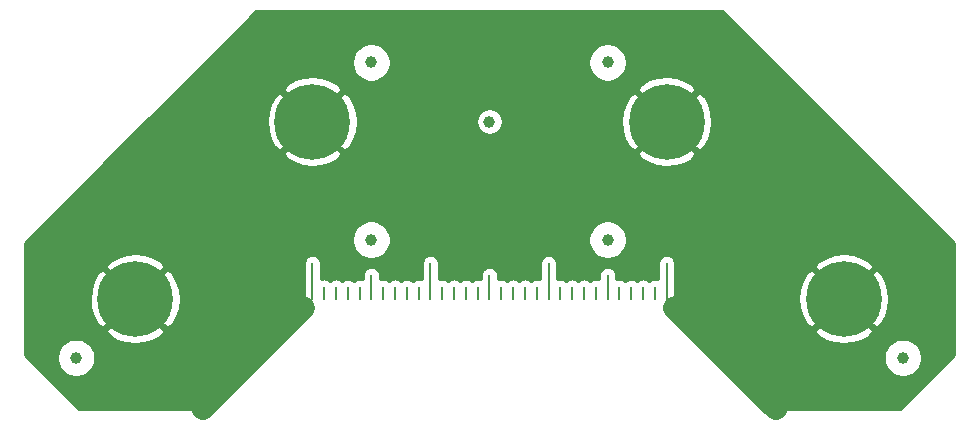
<source format=gtl>
G04 #@! TF.GenerationSoftware,KiCad,Pcbnew,(5.1.12-1-10_14)*
G04 #@! TF.CreationDate,2022-01-17T12:40:02-05:00*
G04 #@! TF.ProjectId,datum,64617475-6d2e-46b6-9963-61645f706362,rev?*
G04 #@! TF.SameCoordinates,Original*
G04 #@! TF.FileFunction,Copper,L1,Top*
G04 #@! TF.FilePolarity,Positive*
%FSLAX46Y46*%
G04 Gerber Fmt 4.6, Leading zero omitted, Abs format (unit mm)*
G04 Created by KiCad (PCBNEW (5.1.12-1-10_14)) date 2022-01-17 12:40:02*
%MOMM*%
%LPD*%
G01*
G04 APERTURE LIST*
G04 #@! TA.AperFunction,EtchedComponent*
%ADD10C,0.150000*%
G04 #@! TD*
G04 #@! TA.AperFunction,SMDPad,CuDef*
%ADD11C,1.000000*%
G04 #@! TD*
G04 #@! TA.AperFunction,ComponentPad*
%ADD12C,6.400000*%
G04 #@! TD*
G04 #@! TA.AperFunction,ComponentPad*
%ADD13C,0.800000*%
G04 #@! TD*
G04 #@! TA.AperFunction,Conductor*
%ADD14C,2.000000*%
G04 #@! TD*
G04 #@! TA.AperFunction,Conductor*
%ADD15C,0.254000*%
G04 #@! TD*
G04 #@! TA.AperFunction,Conductor*
%ADD16C,0.100000*%
G04 #@! TD*
G04 APERTURE END LIST*
D10*
X52000240Y10000500D02*
X52000240Y11000500D01*
X54000240Y10000500D02*
X54000240Y11000500D01*
X53000240Y10000500D02*
X53000240Y11000500D01*
X51000240Y10000500D02*
X51000240Y11000500D01*
X55000240Y10000500D02*
X55000240Y13000500D01*
X50000240Y10000500D02*
X50000240Y12000500D01*
X46000240Y10000500D02*
X46000240Y11000500D01*
X47000240Y10000500D02*
X47000240Y11000500D01*
X49000240Y10000500D02*
X49000240Y11000500D01*
X48000240Y10000500D02*
X48000240Y11000500D01*
X43000240Y10000500D02*
X43000240Y11000500D01*
X42000240Y10000500D02*
X42000240Y11000500D01*
X45000240Y10000500D02*
X45000240Y13000500D01*
X44000240Y10000500D02*
X44000240Y11000500D01*
X41000240Y10000500D02*
X41000240Y11000500D01*
X37000240Y10000500D02*
X37000240Y11000500D01*
X40000240Y10000500D02*
X40000240Y12000500D01*
X39000240Y10000500D02*
X39000240Y11000500D01*
X36000240Y10000500D02*
X36000240Y11000500D01*
X38000240Y10000500D02*
X38000240Y11000500D01*
X31000240Y10000500D02*
X31000240Y11000500D01*
X32000240Y10000500D02*
X32000240Y11000500D01*
X35000240Y10000500D02*
X35000240Y13000500D01*
X33000240Y10000500D02*
X33000240Y11000500D01*
X34000240Y10000500D02*
X34000240Y11000500D01*
X30000240Y10000500D02*
X30000240Y12000500D01*
X29000240Y10000500D02*
X29000240Y11000500D01*
X28000240Y10000500D02*
X28000240Y11000500D01*
X27000240Y10000500D02*
X27000240Y11000500D01*
X26000240Y10000500D02*
X26000240Y11000500D01*
X25000240Y10000500D02*
X25000240Y13000500D01*
D11*
X75000000Y5000000D03*
X5000000Y5000000D03*
X40000000Y25000000D03*
X30000000Y30000000D03*
X50000000Y30000000D03*
X50000000Y15000000D03*
X30000000Y15000000D03*
D12*
X25000000Y25000000D03*
D13*
X27400000Y25000000D03*
X26697056Y23302944D03*
X25000000Y22600000D03*
X23302944Y23302944D03*
X22600000Y25000000D03*
X23302944Y26697056D03*
X25000000Y27400000D03*
X26697056Y26697056D03*
X11697056Y11697056D03*
X10000000Y12400000D03*
X8302944Y11697056D03*
X7600000Y10000000D03*
X8302944Y8302944D03*
X10000000Y7600000D03*
X11697056Y8302944D03*
X12400000Y10000000D03*
D12*
X10000000Y10000000D03*
X70000000Y10000000D03*
D13*
X72400000Y10000000D03*
X71697056Y8302944D03*
X70000000Y7600000D03*
X68302944Y8302944D03*
X67600000Y10000000D03*
X68302944Y11697056D03*
X70000000Y12400000D03*
X71697056Y11697056D03*
X56697056Y26697056D03*
X55000000Y27400000D03*
X53302944Y26697056D03*
X52600000Y25000000D03*
X53302944Y23302944D03*
X55000000Y22600000D03*
X56697056Y23302944D03*
X57400000Y25000000D03*
D12*
X55000000Y25000000D03*
D14*
X15750000Y750000D02*
X24250000Y9250000D01*
X64250000Y750000D02*
X55750000Y9250000D01*
D15*
X79340001Y14726619D02*
X79340000Y5273381D01*
X74726620Y660000D01*
X65273381Y660000D01*
X60773136Y5160245D01*
X73373000Y5160245D01*
X73373000Y4839755D01*
X73435525Y4525422D01*
X73558172Y4229327D01*
X73736227Y3962848D01*
X73962848Y3736227D01*
X74229327Y3558172D01*
X74525422Y3435525D01*
X74839755Y3373000D01*
X75160245Y3373000D01*
X75474578Y3435525D01*
X75770673Y3558172D01*
X76037152Y3736227D01*
X76263773Y3962848D01*
X76441828Y4229327D01*
X76564475Y4525422D01*
X76627000Y4839755D01*
X76627000Y5160245D01*
X76564475Y5474578D01*
X76441828Y5770673D01*
X76263773Y6037152D01*
X76037152Y6263773D01*
X75770673Y6441828D01*
X75474578Y6564475D01*
X75160245Y6627000D01*
X74839755Y6627000D01*
X74525422Y6564475D01*
X74229327Y6441828D01*
X73962848Y6263773D01*
X73736227Y6037152D01*
X73558172Y5770673D01*
X73435525Y5474578D01*
X73373000Y5160245D01*
X60773136Y5160245D01*
X58634262Y7299119D01*
X67478724Y7299119D01*
X67838912Y6809452D01*
X68502882Y6449151D01*
X69224385Y6225306D01*
X69975695Y6146520D01*
X70727938Y6215822D01*
X71452208Y6430548D01*
X72120670Y6782445D01*
X72161088Y6809452D01*
X72521276Y7299119D01*
X70000000Y9820395D01*
X67478724Y7299119D01*
X58634262Y7299119D01*
X55909076Y10024305D01*
X66146520Y10024305D01*
X66215822Y9272062D01*
X66430548Y8547792D01*
X66782445Y7879330D01*
X66809452Y7838912D01*
X67299119Y7478724D01*
X69820395Y10000000D01*
X70179605Y10000000D01*
X72700881Y7478724D01*
X73190548Y7838912D01*
X73550849Y8502882D01*
X73774694Y9224385D01*
X73853480Y9975695D01*
X73784178Y10727938D01*
X73569452Y11452208D01*
X73217555Y12120670D01*
X73190548Y12161088D01*
X72700881Y12521276D01*
X70179605Y10000000D01*
X69820395Y10000000D01*
X67299119Y12521276D01*
X66809452Y12161088D01*
X66449151Y11497118D01*
X66225306Y10775615D01*
X66146520Y10024305D01*
X55909076Y10024305D01*
X55710240Y10223140D01*
X55710240Y12700881D01*
X67478724Y12700881D01*
X70000000Y10179605D01*
X72521276Y12700881D01*
X72161088Y13190548D01*
X71497118Y13550849D01*
X70775615Y13774694D01*
X70024305Y13853480D01*
X69272062Y13784178D01*
X68547792Y13569452D01*
X67879330Y13217555D01*
X67838912Y13190548D01*
X67478724Y12700881D01*
X55710240Y12700881D01*
X55710240Y13035377D01*
X55699967Y13139684D01*
X55659368Y13273520D01*
X55593440Y13396863D01*
X55504715Y13504975D01*
X55396603Y13593700D01*
X55273260Y13659628D01*
X55139424Y13700227D01*
X55000240Y13713935D01*
X54861057Y13700227D01*
X54727221Y13659628D01*
X54603878Y13593700D01*
X54495766Y13504975D01*
X54407041Y13396863D01*
X54341113Y13273520D01*
X54300514Y13139684D01*
X54290241Y13035377D01*
X54290241Y11650552D01*
X54273260Y11659628D01*
X54139424Y11700227D01*
X54000240Y11713935D01*
X53861057Y11700227D01*
X53727221Y11659628D01*
X53603878Y11593700D01*
X53500241Y11508647D01*
X53396603Y11593700D01*
X53273260Y11659628D01*
X53139424Y11700227D01*
X53000240Y11713935D01*
X52861057Y11700227D01*
X52727221Y11659628D01*
X52603878Y11593700D01*
X52500241Y11508647D01*
X52396603Y11593700D01*
X52273260Y11659628D01*
X52139424Y11700227D01*
X52000240Y11713935D01*
X51861057Y11700227D01*
X51727221Y11659628D01*
X51603878Y11593700D01*
X51500241Y11508647D01*
X51396603Y11593700D01*
X51273260Y11659628D01*
X51139424Y11700227D01*
X51000240Y11713935D01*
X50861057Y11700227D01*
X50727221Y11659628D01*
X50710240Y11650551D01*
X50710240Y12035377D01*
X50699967Y12139684D01*
X50659368Y12273520D01*
X50593440Y12396863D01*
X50504715Y12504975D01*
X50396603Y12593700D01*
X50273260Y12659628D01*
X50139424Y12700227D01*
X50000240Y12713935D01*
X49861057Y12700227D01*
X49727221Y12659628D01*
X49603878Y12593700D01*
X49495766Y12504975D01*
X49407041Y12396863D01*
X49341113Y12273520D01*
X49300514Y12139684D01*
X49290241Y12035377D01*
X49290241Y11650552D01*
X49273260Y11659628D01*
X49139424Y11700227D01*
X49000240Y11713935D01*
X48861057Y11700227D01*
X48727221Y11659628D01*
X48603878Y11593700D01*
X48500241Y11508647D01*
X48396603Y11593700D01*
X48273260Y11659628D01*
X48139424Y11700227D01*
X48000240Y11713935D01*
X47861057Y11700227D01*
X47727221Y11659628D01*
X47603878Y11593700D01*
X47500241Y11508647D01*
X47396603Y11593700D01*
X47273260Y11659628D01*
X47139424Y11700227D01*
X47000240Y11713935D01*
X46861057Y11700227D01*
X46727221Y11659628D01*
X46603878Y11593700D01*
X46500241Y11508647D01*
X46396603Y11593700D01*
X46273260Y11659628D01*
X46139424Y11700227D01*
X46000240Y11713935D01*
X45861057Y11700227D01*
X45727221Y11659628D01*
X45710240Y11650551D01*
X45710240Y13035377D01*
X45699967Y13139684D01*
X45659368Y13273520D01*
X45593440Y13396863D01*
X45504715Y13504975D01*
X45396603Y13593700D01*
X45273260Y13659628D01*
X45139424Y13700227D01*
X45000240Y13713935D01*
X44861057Y13700227D01*
X44727221Y13659628D01*
X44603878Y13593700D01*
X44495766Y13504975D01*
X44407041Y13396863D01*
X44341113Y13273520D01*
X44300514Y13139684D01*
X44290241Y13035377D01*
X44290241Y11650552D01*
X44273260Y11659628D01*
X44139424Y11700227D01*
X44000240Y11713935D01*
X43861057Y11700227D01*
X43727221Y11659628D01*
X43603878Y11593700D01*
X43500241Y11508647D01*
X43396603Y11593700D01*
X43273260Y11659628D01*
X43139424Y11700227D01*
X43000240Y11713935D01*
X42861057Y11700227D01*
X42727221Y11659628D01*
X42603878Y11593700D01*
X42500241Y11508647D01*
X42396603Y11593700D01*
X42273260Y11659628D01*
X42139424Y11700227D01*
X42000240Y11713935D01*
X41861057Y11700227D01*
X41727221Y11659628D01*
X41603878Y11593700D01*
X41500241Y11508647D01*
X41396603Y11593700D01*
X41273260Y11659628D01*
X41139424Y11700227D01*
X41000240Y11713935D01*
X40861057Y11700227D01*
X40727221Y11659628D01*
X40710240Y11650551D01*
X40710240Y12035377D01*
X40699967Y12139684D01*
X40659368Y12273520D01*
X40593440Y12396863D01*
X40504715Y12504975D01*
X40396603Y12593700D01*
X40273260Y12659628D01*
X40139424Y12700227D01*
X40000240Y12713935D01*
X39861057Y12700227D01*
X39727221Y12659628D01*
X39603878Y12593700D01*
X39495766Y12504975D01*
X39407041Y12396863D01*
X39341113Y12273520D01*
X39300514Y12139684D01*
X39290241Y12035377D01*
X39290241Y11650552D01*
X39273260Y11659628D01*
X39139424Y11700227D01*
X39000240Y11713935D01*
X38861057Y11700227D01*
X38727221Y11659628D01*
X38603878Y11593700D01*
X38500241Y11508647D01*
X38396603Y11593700D01*
X38273260Y11659628D01*
X38139424Y11700227D01*
X38000240Y11713935D01*
X37861057Y11700227D01*
X37727221Y11659628D01*
X37603878Y11593700D01*
X37500241Y11508647D01*
X37396603Y11593700D01*
X37273260Y11659628D01*
X37139424Y11700227D01*
X37000240Y11713935D01*
X36861057Y11700227D01*
X36727221Y11659628D01*
X36603878Y11593700D01*
X36500241Y11508647D01*
X36396603Y11593700D01*
X36273260Y11659628D01*
X36139424Y11700227D01*
X36000240Y11713935D01*
X35861057Y11700227D01*
X35727221Y11659628D01*
X35710240Y11650551D01*
X35710240Y13035377D01*
X35699967Y13139684D01*
X35659368Y13273520D01*
X35593440Y13396863D01*
X35504715Y13504975D01*
X35396603Y13593700D01*
X35273260Y13659628D01*
X35139424Y13700227D01*
X35000240Y13713935D01*
X34861057Y13700227D01*
X34727221Y13659628D01*
X34603878Y13593700D01*
X34495766Y13504975D01*
X34407041Y13396863D01*
X34341113Y13273520D01*
X34300514Y13139684D01*
X34290241Y13035377D01*
X34290241Y11650552D01*
X34273260Y11659628D01*
X34139424Y11700227D01*
X34000240Y11713935D01*
X33861057Y11700227D01*
X33727221Y11659628D01*
X33603878Y11593700D01*
X33500241Y11508647D01*
X33396603Y11593700D01*
X33273260Y11659628D01*
X33139424Y11700227D01*
X33000240Y11713935D01*
X32861057Y11700227D01*
X32727221Y11659628D01*
X32603878Y11593700D01*
X32500241Y11508647D01*
X32396603Y11593700D01*
X32273260Y11659628D01*
X32139424Y11700227D01*
X32000240Y11713935D01*
X31861057Y11700227D01*
X31727221Y11659628D01*
X31603878Y11593700D01*
X31500241Y11508647D01*
X31396603Y11593700D01*
X31273260Y11659628D01*
X31139424Y11700227D01*
X31000240Y11713935D01*
X30861057Y11700227D01*
X30727221Y11659628D01*
X30710240Y11650551D01*
X30710240Y12035377D01*
X30699967Y12139684D01*
X30659368Y12273520D01*
X30593440Y12396863D01*
X30504715Y12504975D01*
X30396603Y12593700D01*
X30273260Y12659628D01*
X30139424Y12700227D01*
X30000240Y12713935D01*
X29861057Y12700227D01*
X29727221Y12659628D01*
X29603878Y12593700D01*
X29495766Y12504975D01*
X29407041Y12396863D01*
X29341113Y12273520D01*
X29300514Y12139684D01*
X29290241Y12035377D01*
X29290241Y11650552D01*
X29273260Y11659628D01*
X29139424Y11700227D01*
X29000240Y11713935D01*
X28861057Y11700227D01*
X28727221Y11659628D01*
X28603878Y11593700D01*
X28500241Y11508647D01*
X28396603Y11593700D01*
X28273260Y11659628D01*
X28139424Y11700227D01*
X28000240Y11713935D01*
X27861057Y11700227D01*
X27727221Y11659628D01*
X27603878Y11593700D01*
X27500241Y11508647D01*
X27396603Y11593700D01*
X27273260Y11659628D01*
X27139424Y11700227D01*
X27000240Y11713935D01*
X26861057Y11700227D01*
X26727221Y11659628D01*
X26603878Y11593700D01*
X26500241Y11508647D01*
X26396603Y11593700D01*
X26273260Y11659628D01*
X26139424Y11700227D01*
X26000240Y11713935D01*
X25861057Y11700227D01*
X25727221Y11659628D01*
X25710240Y11650551D01*
X25710240Y13035377D01*
X25699967Y13139684D01*
X25659368Y13273520D01*
X25593440Y13396863D01*
X25504715Y13504975D01*
X25396603Y13593700D01*
X25273260Y13659628D01*
X25139424Y13700227D01*
X25000240Y13713935D01*
X24861057Y13700227D01*
X24727221Y13659628D01*
X24603878Y13593700D01*
X24495766Y13504975D01*
X24407041Y13396863D01*
X24341113Y13273520D01*
X24300514Y13139684D01*
X24290241Y13035377D01*
X24290240Y10223621D01*
X14726620Y660000D01*
X5273381Y660000D01*
X773136Y5160245D01*
X3373000Y5160245D01*
X3373000Y4839755D01*
X3435525Y4525422D01*
X3558172Y4229327D01*
X3736227Y3962848D01*
X3962848Y3736227D01*
X4229327Y3558172D01*
X4525422Y3435525D01*
X4839755Y3373000D01*
X5160245Y3373000D01*
X5474578Y3435525D01*
X5770673Y3558172D01*
X6037152Y3736227D01*
X6263773Y3962848D01*
X6441828Y4229327D01*
X6564475Y4525422D01*
X6627000Y4839755D01*
X6627000Y5160245D01*
X6564475Y5474578D01*
X6441828Y5770673D01*
X6263773Y6037152D01*
X6037152Y6263773D01*
X5770673Y6441828D01*
X5474578Y6564475D01*
X5160245Y6627000D01*
X4839755Y6627000D01*
X4525422Y6564475D01*
X4229327Y6441828D01*
X3962848Y6263773D01*
X3736227Y6037152D01*
X3558172Y5770673D01*
X3435525Y5474578D01*
X3373000Y5160245D01*
X773136Y5160245D01*
X660000Y5273380D01*
X660000Y7299119D01*
X7478724Y7299119D01*
X7838912Y6809452D01*
X8502882Y6449151D01*
X9224385Y6225306D01*
X9975695Y6146520D01*
X10727938Y6215822D01*
X11452208Y6430548D01*
X12120670Y6782445D01*
X12161088Y6809452D01*
X12521276Y7299119D01*
X10000000Y9820395D01*
X7478724Y7299119D01*
X660000Y7299119D01*
X660000Y10024305D01*
X6146520Y10024305D01*
X6215822Y9272062D01*
X6430548Y8547792D01*
X6782445Y7879330D01*
X6809452Y7838912D01*
X7299119Y7478724D01*
X9820395Y10000000D01*
X10179605Y10000000D01*
X12700881Y7478724D01*
X13190548Y7838912D01*
X13550849Y8502882D01*
X13774694Y9224385D01*
X13853480Y9975695D01*
X13784178Y10727938D01*
X13569452Y11452208D01*
X13217555Y12120670D01*
X13190548Y12161088D01*
X12700881Y12521276D01*
X10179605Y10000000D01*
X9820395Y10000000D01*
X7299119Y12521276D01*
X6809452Y12161088D01*
X6449151Y11497118D01*
X6225306Y10775615D01*
X6146520Y10024305D01*
X660000Y10024305D01*
X660000Y12700881D01*
X7478724Y12700881D01*
X10000000Y10179605D01*
X12521276Y12700881D01*
X12161088Y13190548D01*
X11497118Y13550849D01*
X10775615Y13774694D01*
X10024305Y13853480D01*
X9272062Y13784178D01*
X8547792Y13569452D01*
X7879330Y13217555D01*
X7838912Y13190548D01*
X7478724Y12700881D01*
X660000Y12700881D01*
X660000Y14726620D01*
X1093625Y15160245D01*
X28373000Y15160245D01*
X28373000Y14839755D01*
X28435525Y14525422D01*
X28558172Y14229327D01*
X28736227Y13962848D01*
X28962848Y13736227D01*
X29229327Y13558172D01*
X29525422Y13435525D01*
X29839755Y13373000D01*
X30160245Y13373000D01*
X30474578Y13435525D01*
X30770673Y13558172D01*
X31037152Y13736227D01*
X31263773Y13962848D01*
X31441828Y14229327D01*
X31564475Y14525422D01*
X31627000Y14839755D01*
X31627000Y15160245D01*
X48373000Y15160245D01*
X48373000Y14839755D01*
X48435525Y14525422D01*
X48558172Y14229327D01*
X48736227Y13962848D01*
X48962848Y13736227D01*
X49229327Y13558172D01*
X49525422Y13435525D01*
X49839755Y13373000D01*
X50160245Y13373000D01*
X50474578Y13435525D01*
X50770673Y13558172D01*
X51037152Y13736227D01*
X51263773Y13962848D01*
X51441828Y14229327D01*
X51564475Y14525422D01*
X51627000Y14839755D01*
X51627000Y15160245D01*
X51564475Y15474578D01*
X51441828Y15770673D01*
X51263773Y16037152D01*
X51037152Y16263773D01*
X50770673Y16441828D01*
X50474578Y16564475D01*
X50160245Y16627000D01*
X49839755Y16627000D01*
X49525422Y16564475D01*
X49229327Y16441828D01*
X48962848Y16263773D01*
X48736227Y16037152D01*
X48558172Y15770673D01*
X48435525Y15474578D01*
X48373000Y15160245D01*
X31627000Y15160245D01*
X31564475Y15474578D01*
X31441828Y15770673D01*
X31263773Y16037152D01*
X31037152Y16263773D01*
X30770673Y16441828D01*
X30474578Y16564475D01*
X30160245Y16627000D01*
X29839755Y16627000D01*
X29525422Y16564475D01*
X29229327Y16441828D01*
X28962848Y16263773D01*
X28736227Y16037152D01*
X28558172Y15770673D01*
X28435525Y15474578D01*
X28373000Y15160245D01*
X1093625Y15160245D01*
X8232499Y22299119D01*
X22478724Y22299119D01*
X22838912Y21809452D01*
X23502882Y21449151D01*
X24224385Y21225306D01*
X24975695Y21146520D01*
X25727938Y21215822D01*
X26452208Y21430548D01*
X27120670Y21782445D01*
X27161088Y21809452D01*
X27521276Y22299119D01*
X52478724Y22299119D01*
X52838912Y21809452D01*
X53502882Y21449151D01*
X54224385Y21225306D01*
X54975695Y21146520D01*
X55727938Y21215822D01*
X56452208Y21430548D01*
X57120670Y21782445D01*
X57161088Y21809452D01*
X57521276Y22299119D01*
X55000000Y24820395D01*
X52478724Y22299119D01*
X27521276Y22299119D01*
X25000000Y24820395D01*
X22478724Y22299119D01*
X8232499Y22299119D01*
X10957685Y25024305D01*
X21146520Y25024305D01*
X21215822Y24272062D01*
X21430548Y23547792D01*
X21782445Y22879330D01*
X21809452Y22838912D01*
X22299119Y22478724D01*
X24820395Y25000000D01*
X25179605Y25000000D01*
X27700881Y22478724D01*
X28190548Y22838912D01*
X28550849Y23502882D01*
X28774694Y24224385D01*
X28853480Y24975695D01*
X28840943Y25111788D01*
X38865000Y25111788D01*
X38865000Y24888212D01*
X38908617Y24668933D01*
X38994176Y24462376D01*
X39118388Y24276480D01*
X39276480Y24118388D01*
X39462376Y23994176D01*
X39668933Y23908617D01*
X39888212Y23865000D01*
X40111788Y23865000D01*
X40331067Y23908617D01*
X40537624Y23994176D01*
X40723520Y24118388D01*
X40881612Y24276480D01*
X41005824Y24462376D01*
X41091383Y24668933D01*
X41135000Y24888212D01*
X41135000Y25024305D01*
X51146520Y25024305D01*
X51215822Y24272062D01*
X51430548Y23547792D01*
X51782445Y22879330D01*
X51809452Y22838912D01*
X52299119Y22478724D01*
X54820395Y25000000D01*
X55179605Y25000000D01*
X57700881Y22478724D01*
X58190548Y22838912D01*
X58550849Y23502882D01*
X58774694Y24224385D01*
X58853480Y24975695D01*
X58784178Y25727938D01*
X58569452Y26452208D01*
X58217555Y27120670D01*
X58190548Y27161088D01*
X57700881Y27521276D01*
X55179605Y25000000D01*
X54820395Y25000000D01*
X52299119Y27521276D01*
X51809452Y27161088D01*
X51449151Y26497118D01*
X51225306Y25775615D01*
X51146520Y25024305D01*
X41135000Y25024305D01*
X41135000Y25111788D01*
X41091383Y25331067D01*
X41005824Y25537624D01*
X40881612Y25723520D01*
X40723520Y25881612D01*
X40537624Y26005824D01*
X40331067Y26091383D01*
X40111788Y26135000D01*
X39888212Y26135000D01*
X39668933Y26091383D01*
X39462376Y26005824D01*
X39276480Y25881612D01*
X39118388Y25723520D01*
X38994176Y25537624D01*
X38908617Y25331067D01*
X38865000Y25111788D01*
X28840943Y25111788D01*
X28784178Y25727938D01*
X28569452Y26452208D01*
X28217555Y27120670D01*
X28190548Y27161088D01*
X27700881Y27521276D01*
X25179605Y25000000D01*
X24820395Y25000000D01*
X22299119Y27521276D01*
X21809452Y27161088D01*
X21449151Y26497118D01*
X21225306Y25775615D01*
X21146520Y25024305D01*
X10957685Y25024305D01*
X13634261Y27700881D01*
X22478724Y27700881D01*
X25000000Y25179605D01*
X27521276Y27700881D01*
X52478724Y27700881D01*
X55000000Y25179605D01*
X57521276Y27700881D01*
X57161088Y28190548D01*
X56497118Y28550849D01*
X55775615Y28774694D01*
X55024305Y28853480D01*
X54272062Y28784178D01*
X53547792Y28569452D01*
X52879330Y28217555D01*
X52838912Y28190548D01*
X52478724Y27700881D01*
X27521276Y27700881D01*
X27161088Y28190548D01*
X26497118Y28550849D01*
X25775615Y28774694D01*
X25024305Y28853480D01*
X24272062Y28784178D01*
X23547792Y28569452D01*
X22879330Y28217555D01*
X22838912Y28190548D01*
X22478724Y27700881D01*
X13634261Y27700881D01*
X16093625Y30160245D01*
X28373000Y30160245D01*
X28373000Y29839755D01*
X28435525Y29525422D01*
X28558172Y29229327D01*
X28736227Y28962848D01*
X28962848Y28736227D01*
X29229327Y28558172D01*
X29525422Y28435525D01*
X29839755Y28373000D01*
X30160245Y28373000D01*
X30474578Y28435525D01*
X30770673Y28558172D01*
X31037152Y28736227D01*
X31263773Y28962848D01*
X31441828Y29229327D01*
X31564475Y29525422D01*
X31627000Y29839755D01*
X31627000Y30160245D01*
X48373000Y30160245D01*
X48373000Y29839755D01*
X48435525Y29525422D01*
X48558172Y29229327D01*
X48736227Y28962848D01*
X48962848Y28736227D01*
X49229327Y28558172D01*
X49525422Y28435525D01*
X49839755Y28373000D01*
X50160245Y28373000D01*
X50474578Y28435525D01*
X50770673Y28558172D01*
X51037152Y28736227D01*
X51263773Y28962848D01*
X51441828Y29229327D01*
X51564475Y29525422D01*
X51627000Y29839755D01*
X51627000Y30160245D01*
X51564475Y30474578D01*
X51441828Y30770673D01*
X51263773Y31037152D01*
X51037152Y31263773D01*
X50770673Y31441828D01*
X50474578Y31564475D01*
X50160245Y31627000D01*
X49839755Y31627000D01*
X49525422Y31564475D01*
X49229327Y31441828D01*
X48962848Y31263773D01*
X48736227Y31037152D01*
X48558172Y30770673D01*
X48435525Y30474578D01*
X48373000Y30160245D01*
X31627000Y30160245D01*
X31564475Y30474578D01*
X31441828Y30770673D01*
X31263773Y31037152D01*
X31037152Y31263773D01*
X30770673Y31441828D01*
X30474578Y31564475D01*
X30160245Y31627000D01*
X29839755Y31627000D01*
X29525422Y31564475D01*
X29229327Y31441828D01*
X28962848Y31263773D01*
X28736227Y31037152D01*
X28558172Y30770673D01*
X28435525Y30474578D01*
X28373000Y30160245D01*
X16093625Y30160245D01*
X20273380Y34340000D01*
X59726620Y34340000D01*
X79340001Y14726619D01*
G04 #@! TA.AperFunction,Conductor*
D16*
G36*
X79340001Y14726619D02*
G01*
X79340000Y5273381D01*
X74726620Y660000D01*
X65273381Y660000D01*
X60773136Y5160245D01*
X73373000Y5160245D01*
X73373000Y4839755D01*
X73435525Y4525422D01*
X73558172Y4229327D01*
X73736227Y3962848D01*
X73962848Y3736227D01*
X74229327Y3558172D01*
X74525422Y3435525D01*
X74839755Y3373000D01*
X75160245Y3373000D01*
X75474578Y3435525D01*
X75770673Y3558172D01*
X76037152Y3736227D01*
X76263773Y3962848D01*
X76441828Y4229327D01*
X76564475Y4525422D01*
X76627000Y4839755D01*
X76627000Y5160245D01*
X76564475Y5474578D01*
X76441828Y5770673D01*
X76263773Y6037152D01*
X76037152Y6263773D01*
X75770673Y6441828D01*
X75474578Y6564475D01*
X75160245Y6627000D01*
X74839755Y6627000D01*
X74525422Y6564475D01*
X74229327Y6441828D01*
X73962848Y6263773D01*
X73736227Y6037152D01*
X73558172Y5770673D01*
X73435525Y5474578D01*
X73373000Y5160245D01*
X60773136Y5160245D01*
X58634262Y7299119D01*
X67478724Y7299119D01*
X67838912Y6809452D01*
X68502882Y6449151D01*
X69224385Y6225306D01*
X69975695Y6146520D01*
X70727938Y6215822D01*
X71452208Y6430548D01*
X72120670Y6782445D01*
X72161088Y6809452D01*
X72521276Y7299119D01*
X70000000Y9820395D01*
X67478724Y7299119D01*
X58634262Y7299119D01*
X55909076Y10024305D01*
X66146520Y10024305D01*
X66215822Y9272062D01*
X66430548Y8547792D01*
X66782445Y7879330D01*
X66809452Y7838912D01*
X67299119Y7478724D01*
X69820395Y10000000D01*
X70179605Y10000000D01*
X72700881Y7478724D01*
X73190548Y7838912D01*
X73550849Y8502882D01*
X73774694Y9224385D01*
X73853480Y9975695D01*
X73784178Y10727938D01*
X73569452Y11452208D01*
X73217555Y12120670D01*
X73190548Y12161088D01*
X72700881Y12521276D01*
X70179605Y10000000D01*
X69820395Y10000000D01*
X67299119Y12521276D01*
X66809452Y12161088D01*
X66449151Y11497118D01*
X66225306Y10775615D01*
X66146520Y10024305D01*
X55909076Y10024305D01*
X55710240Y10223140D01*
X55710240Y12700881D01*
X67478724Y12700881D01*
X70000000Y10179605D01*
X72521276Y12700881D01*
X72161088Y13190548D01*
X71497118Y13550849D01*
X70775615Y13774694D01*
X70024305Y13853480D01*
X69272062Y13784178D01*
X68547792Y13569452D01*
X67879330Y13217555D01*
X67838912Y13190548D01*
X67478724Y12700881D01*
X55710240Y12700881D01*
X55710240Y13035377D01*
X55699967Y13139684D01*
X55659368Y13273520D01*
X55593440Y13396863D01*
X55504715Y13504975D01*
X55396603Y13593700D01*
X55273260Y13659628D01*
X55139424Y13700227D01*
X55000240Y13713935D01*
X54861057Y13700227D01*
X54727221Y13659628D01*
X54603878Y13593700D01*
X54495766Y13504975D01*
X54407041Y13396863D01*
X54341113Y13273520D01*
X54300514Y13139684D01*
X54290241Y13035377D01*
X54290241Y11650552D01*
X54273260Y11659628D01*
X54139424Y11700227D01*
X54000240Y11713935D01*
X53861057Y11700227D01*
X53727221Y11659628D01*
X53603878Y11593700D01*
X53500241Y11508647D01*
X53396603Y11593700D01*
X53273260Y11659628D01*
X53139424Y11700227D01*
X53000240Y11713935D01*
X52861057Y11700227D01*
X52727221Y11659628D01*
X52603878Y11593700D01*
X52500241Y11508647D01*
X52396603Y11593700D01*
X52273260Y11659628D01*
X52139424Y11700227D01*
X52000240Y11713935D01*
X51861057Y11700227D01*
X51727221Y11659628D01*
X51603878Y11593700D01*
X51500241Y11508647D01*
X51396603Y11593700D01*
X51273260Y11659628D01*
X51139424Y11700227D01*
X51000240Y11713935D01*
X50861057Y11700227D01*
X50727221Y11659628D01*
X50710240Y11650551D01*
X50710240Y12035377D01*
X50699967Y12139684D01*
X50659368Y12273520D01*
X50593440Y12396863D01*
X50504715Y12504975D01*
X50396603Y12593700D01*
X50273260Y12659628D01*
X50139424Y12700227D01*
X50000240Y12713935D01*
X49861057Y12700227D01*
X49727221Y12659628D01*
X49603878Y12593700D01*
X49495766Y12504975D01*
X49407041Y12396863D01*
X49341113Y12273520D01*
X49300514Y12139684D01*
X49290241Y12035377D01*
X49290241Y11650552D01*
X49273260Y11659628D01*
X49139424Y11700227D01*
X49000240Y11713935D01*
X48861057Y11700227D01*
X48727221Y11659628D01*
X48603878Y11593700D01*
X48500241Y11508647D01*
X48396603Y11593700D01*
X48273260Y11659628D01*
X48139424Y11700227D01*
X48000240Y11713935D01*
X47861057Y11700227D01*
X47727221Y11659628D01*
X47603878Y11593700D01*
X47500241Y11508647D01*
X47396603Y11593700D01*
X47273260Y11659628D01*
X47139424Y11700227D01*
X47000240Y11713935D01*
X46861057Y11700227D01*
X46727221Y11659628D01*
X46603878Y11593700D01*
X46500241Y11508647D01*
X46396603Y11593700D01*
X46273260Y11659628D01*
X46139424Y11700227D01*
X46000240Y11713935D01*
X45861057Y11700227D01*
X45727221Y11659628D01*
X45710240Y11650551D01*
X45710240Y13035377D01*
X45699967Y13139684D01*
X45659368Y13273520D01*
X45593440Y13396863D01*
X45504715Y13504975D01*
X45396603Y13593700D01*
X45273260Y13659628D01*
X45139424Y13700227D01*
X45000240Y13713935D01*
X44861057Y13700227D01*
X44727221Y13659628D01*
X44603878Y13593700D01*
X44495766Y13504975D01*
X44407041Y13396863D01*
X44341113Y13273520D01*
X44300514Y13139684D01*
X44290241Y13035377D01*
X44290241Y11650552D01*
X44273260Y11659628D01*
X44139424Y11700227D01*
X44000240Y11713935D01*
X43861057Y11700227D01*
X43727221Y11659628D01*
X43603878Y11593700D01*
X43500241Y11508647D01*
X43396603Y11593700D01*
X43273260Y11659628D01*
X43139424Y11700227D01*
X43000240Y11713935D01*
X42861057Y11700227D01*
X42727221Y11659628D01*
X42603878Y11593700D01*
X42500241Y11508647D01*
X42396603Y11593700D01*
X42273260Y11659628D01*
X42139424Y11700227D01*
X42000240Y11713935D01*
X41861057Y11700227D01*
X41727221Y11659628D01*
X41603878Y11593700D01*
X41500241Y11508647D01*
X41396603Y11593700D01*
X41273260Y11659628D01*
X41139424Y11700227D01*
X41000240Y11713935D01*
X40861057Y11700227D01*
X40727221Y11659628D01*
X40710240Y11650551D01*
X40710240Y12035377D01*
X40699967Y12139684D01*
X40659368Y12273520D01*
X40593440Y12396863D01*
X40504715Y12504975D01*
X40396603Y12593700D01*
X40273260Y12659628D01*
X40139424Y12700227D01*
X40000240Y12713935D01*
X39861057Y12700227D01*
X39727221Y12659628D01*
X39603878Y12593700D01*
X39495766Y12504975D01*
X39407041Y12396863D01*
X39341113Y12273520D01*
X39300514Y12139684D01*
X39290241Y12035377D01*
X39290241Y11650552D01*
X39273260Y11659628D01*
X39139424Y11700227D01*
X39000240Y11713935D01*
X38861057Y11700227D01*
X38727221Y11659628D01*
X38603878Y11593700D01*
X38500241Y11508647D01*
X38396603Y11593700D01*
X38273260Y11659628D01*
X38139424Y11700227D01*
X38000240Y11713935D01*
X37861057Y11700227D01*
X37727221Y11659628D01*
X37603878Y11593700D01*
X37500241Y11508647D01*
X37396603Y11593700D01*
X37273260Y11659628D01*
X37139424Y11700227D01*
X37000240Y11713935D01*
X36861057Y11700227D01*
X36727221Y11659628D01*
X36603878Y11593700D01*
X36500241Y11508647D01*
X36396603Y11593700D01*
X36273260Y11659628D01*
X36139424Y11700227D01*
X36000240Y11713935D01*
X35861057Y11700227D01*
X35727221Y11659628D01*
X35710240Y11650551D01*
X35710240Y13035377D01*
X35699967Y13139684D01*
X35659368Y13273520D01*
X35593440Y13396863D01*
X35504715Y13504975D01*
X35396603Y13593700D01*
X35273260Y13659628D01*
X35139424Y13700227D01*
X35000240Y13713935D01*
X34861057Y13700227D01*
X34727221Y13659628D01*
X34603878Y13593700D01*
X34495766Y13504975D01*
X34407041Y13396863D01*
X34341113Y13273520D01*
X34300514Y13139684D01*
X34290241Y13035377D01*
X34290241Y11650552D01*
X34273260Y11659628D01*
X34139424Y11700227D01*
X34000240Y11713935D01*
X33861057Y11700227D01*
X33727221Y11659628D01*
X33603878Y11593700D01*
X33500241Y11508647D01*
X33396603Y11593700D01*
X33273260Y11659628D01*
X33139424Y11700227D01*
X33000240Y11713935D01*
X32861057Y11700227D01*
X32727221Y11659628D01*
X32603878Y11593700D01*
X32500241Y11508647D01*
X32396603Y11593700D01*
X32273260Y11659628D01*
X32139424Y11700227D01*
X32000240Y11713935D01*
X31861057Y11700227D01*
X31727221Y11659628D01*
X31603878Y11593700D01*
X31500241Y11508647D01*
X31396603Y11593700D01*
X31273260Y11659628D01*
X31139424Y11700227D01*
X31000240Y11713935D01*
X30861057Y11700227D01*
X30727221Y11659628D01*
X30710240Y11650551D01*
X30710240Y12035377D01*
X30699967Y12139684D01*
X30659368Y12273520D01*
X30593440Y12396863D01*
X30504715Y12504975D01*
X30396603Y12593700D01*
X30273260Y12659628D01*
X30139424Y12700227D01*
X30000240Y12713935D01*
X29861057Y12700227D01*
X29727221Y12659628D01*
X29603878Y12593700D01*
X29495766Y12504975D01*
X29407041Y12396863D01*
X29341113Y12273520D01*
X29300514Y12139684D01*
X29290241Y12035377D01*
X29290241Y11650552D01*
X29273260Y11659628D01*
X29139424Y11700227D01*
X29000240Y11713935D01*
X28861057Y11700227D01*
X28727221Y11659628D01*
X28603878Y11593700D01*
X28500241Y11508647D01*
X28396603Y11593700D01*
X28273260Y11659628D01*
X28139424Y11700227D01*
X28000240Y11713935D01*
X27861057Y11700227D01*
X27727221Y11659628D01*
X27603878Y11593700D01*
X27500241Y11508647D01*
X27396603Y11593700D01*
X27273260Y11659628D01*
X27139424Y11700227D01*
X27000240Y11713935D01*
X26861057Y11700227D01*
X26727221Y11659628D01*
X26603878Y11593700D01*
X26500241Y11508647D01*
X26396603Y11593700D01*
X26273260Y11659628D01*
X26139424Y11700227D01*
X26000240Y11713935D01*
X25861057Y11700227D01*
X25727221Y11659628D01*
X25710240Y11650551D01*
X25710240Y13035377D01*
X25699967Y13139684D01*
X25659368Y13273520D01*
X25593440Y13396863D01*
X25504715Y13504975D01*
X25396603Y13593700D01*
X25273260Y13659628D01*
X25139424Y13700227D01*
X25000240Y13713935D01*
X24861057Y13700227D01*
X24727221Y13659628D01*
X24603878Y13593700D01*
X24495766Y13504975D01*
X24407041Y13396863D01*
X24341113Y13273520D01*
X24300514Y13139684D01*
X24290241Y13035377D01*
X24290240Y10223621D01*
X14726620Y660000D01*
X5273381Y660000D01*
X773136Y5160245D01*
X3373000Y5160245D01*
X3373000Y4839755D01*
X3435525Y4525422D01*
X3558172Y4229327D01*
X3736227Y3962848D01*
X3962848Y3736227D01*
X4229327Y3558172D01*
X4525422Y3435525D01*
X4839755Y3373000D01*
X5160245Y3373000D01*
X5474578Y3435525D01*
X5770673Y3558172D01*
X6037152Y3736227D01*
X6263773Y3962848D01*
X6441828Y4229327D01*
X6564475Y4525422D01*
X6627000Y4839755D01*
X6627000Y5160245D01*
X6564475Y5474578D01*
X6441828Y5770673D01*
X6263773Y6037152D01*
X6037152Y6263773D01*
X5770673Y6441828D01*
X5474578Y6564475D01*
X5160245Y6627000D01*
X4839755Y6627000D01*
X4525422Y6564475D01*
X4229327Y6441828D01*
X3962848Y6263773D01*
X3736227Y6037152D01*
X3558172Y5770673D01*
X3435525Y5474578D01*
X3373000Y5160245D01*
X773136Y5160245D01*
X660000Y5273380D01*
X660000Y7299119D01*
X7478724Y7299119D01*
X7838912Y6809452D01*
X8502882Y6449151D01*
X9224385Y6225306D01*
X9975695Y6146520D01*
X10727938Y6215822D01*
X11452208Y6430548D01*
X12120670Y6782445D01*
X12161088Y6809452D01*
X12521276Y7299119D01*
X10000000Y9820395D01*
X7478724Y7299119D01*
X660000Y7299119D01*
X660000Y10024305D01*
X6146520Y10024305D01*
X6215822Y9272062D01*
X6430548Y8547792D01*
X6782445Y7879330D01*
X6809452Y7838912D01*
X7299119Y7478724D01*
X9820395Y10000000D01*
X10179605Y10000000D01*
X12700881Y7478724D01*
X13190548Y7838912D01*
X13550849Y8502882D01*
X13774694Y9224385D01*
X13853480Y9975695D01*
X13784178Y10727938D01*
X13569452Y11452208D01*
X13217555Y12120670D01*
X13190548Y12161088D01*
X12700881Y12521276D01*
X10179605Y10000000D01*
X9820395Y10000000D01*
X7299119Y12521276D01*
X6809452Y12161088D01*
X6449151Y11497118D01*
X6225306Y10775615D01*
X6146520Y10024305D01*
X660000Y10024305D01*
X660000Y12700881D01*
X7478724Y12700881D01*
X10000000Y10179605D01*
X12521276Y12700881D01*
X12161088Y13190548D01*
X11497118Y13550849D01*
X10775615Y13774694D01*
X10024305Y13853480D01*
X9272062Y13784178D01*
X8547792Y13569452D01*
X7879330Y13217555D01*
X7838912Y13190548D01*
X7478724Y12700881D01*
X660000Y12700881D01*
X660000Y14726620D01*
X1093625Y15160245D01*
X28373000Y15160245D01*
X28373000Y14839755D01*
X28435525Y14525422D01*
X28558172Y14229327D01*
X28736227Y13962848D01*
X28962848Y13736227D01*
X29229327Y13558172D01*
X29525422Y13435525D01*
X29839755Y13373000D01*
X30160245Y13373000D01*
X30474578Y13435525D01*
X30770673Y13558172D01*
X31037152Y13736227D01*
X31263773Y13962848D01*
X31441828Y14229327D01*
X31564475Y14525422D01*
X31627000Y14839755D01*
X31627000Y15160245D01*
X48373000Y15160245D01*
X48373000Y14839755D01*
X48435525Y14525422D01*
X48558172Y14229327D01*
X48736227Y13962848D01*
X48962848Y13736227D01*
X49229327Y13558172D01*
X49525422Y13435525D01*
X49839755Y13373000D01*
X50160245Y13373000D01*
X50474578Y13435525D01*
X50770673Y13558172D01*
X51037152Y13736227D01*
X51263773Y13962848D01*
X51441828Y14229327D01*
X51564475Y14525422D01*
X51627000Y14839755D01*
X51627000Y15160245D01*
X51564475Y15474578D01*
X51441828Y15770673D01*
X51263773Y16037152D01*
X51037152Y16263773D01*
X50770673Y16441828D01*
X50474578Y16564475D01*
X50160245Y16627000D01*
X49839755Y16627000D01*
X49525422Y16564475D01*
X49229327Y16441828D01*
X48962848Y16263773D01*
X48736227Y16037152D01*
X48558172Y15770673D01*
X48435525Y15474578D01*
X48373000Y15160245D01*
X31627000Y15160245D01*
X31564475Y15474578D01*
X31441828Y15770673D01*
X31263773Y16037152D01*
X31037152Y16263773D01*
X30770673Y16441828D01*
X30474578Y16564475D01*
X30160245Y16627000D01*
X29839755Y16627000D01*
X29525422Y16564475D01*
X29229327Y16441828D01*
X28962848Y16263773D01*
X28736227Y16037152D01*
X28558172Y15770673D01*
X28435525Y15474578D01*
X28373000Y15160245D01*
X1093625Y15160245D01*
X8232499Y22299119D01*
X22478724Y22299119D01*
X22838912Y21809452D01*
X23502882Y21449151D01*
X24224385Y21225306D01*
X24975695Y21146520D01*
X25727938Y21215822D01*
X26452208Y21430548D01*
X27120670Y21782445D01*
X27161088Y21809452D01*
X27521276Y22299119D01*
X52478724Y22299119D01*
X52838912Y21809452D01*
X53502882Y21449151D01*
X54224385Y21225306D01*
X54975695Y21146520D01*
X55727938Y21215822D01*
X56452208Y21430548D01*
X57120670Y21782445D01*
X57161088Y21809452D01*
X57521276Y22299119D01*
X55000000Y24820395D01*
X52478724Y22299119D01*
X27521276Y22299119D01*
X25000000Y24820395D01*
X22478724Y22299119D01*
X8232499Y22299119D01*
X10957685Y25024305D01*
X21146520Y25024305D01*
X21215822Y24272062D01*
X21430548Y23547792D01*
X21782445Y22879330D01*
X21809452Y22838912D01*
X22299119Y22478724D01*
X24820395Y25000000D01*
X25179605Y25000000D01*
X27700881Y22478724D01*
X28190548Y22838912D01*
X28550849Y23502882D01*
X28774694Y24224385D01*
X28853480Y24975695D01*
X28840943Y25111788D01*
X38865000Y25111788D01*
X38865000Y24888212D01*
X38908617Y24668933D01*
X38994176Y24462376D01*
X39118388Y24276480D01*
X39276480Y24118388D01*
X39462376Y23994176D01*
X39668933Y23908617D01*
X39888212Y23865000D01*
X40111788Y23865000D01*
X40331067Y23908617D01*
X40537624Y23994176D01*
X40723520Y24118388D01*
X40881612Y24276480D01*
X41005824Y24462376D01*
X41091383Y24668933D01*
X41135000Y24888212D01*
X41135000Y25024305D01*
X51146520Y25024305D01*
X51215822Y24272062D01*
X51430548Y23547792D01*
X51782445Y22879330D01*
X51809452Y22838912D01*
X52299119Y22478724D01*
X54820395Y25000000D01*
X55179605Y25000000D01*
X57700881Y22478724D01*
X58190548Y22838912D01*
X58550849Y23502882D01*
X58774694Y24224385D01*
X58853480Y24975695D01*
X58784178Y25727938D01*
X58569452Y26452208D01*
X58217555Y27120670D01*
X58190548Y27161088D01*
X57700881Y27521276D01*
X55179605Y25000000D01*
X54820395Y25000000D01*
X52299119Y27521276D01*
X51809452Y27161088D01*
X51449151Y26497118D01*
X51225306Y25775615D01*
X51146520Y25024305D01*
X41135000Y25024305D01*
X41135000Y25111788D01*
X41091383Y25331067D01*
X41005824Y25537624D01*
X40881612Y25723520D01*
X40723520Y25881612D01*
X40537624Y26005824D01*
X40331067Y26091383D01*
X40111788Y26135000D01*
X39888212Y26135000D01*
X39668933Y26091383D01*
X39462376Y26005824D01*
X39276480Y25881612D01*
X39118388Y25723520D01*
X38994176Y25537624D01*
X38908617Y25331067D01*
X38865000Y25111788D01*
X28840943Y25111788D01*
X28784178Y25727938D01*
X28569452Y26452208D01*
X28217555Y27120670D01*
X28190548Y27161088D01*
X27700881Y27521276D01*
X25179605Y25000000D01*
X24820395Y25000000D01*
X22299119Y27521276D01*
X21809452Y27161088D01*
X21449151Y26497118D01*
X21225306Y25775615D01*
X21146520Y25024305D01*
X10957685Y25024305D01*
X13634261Y27700881D01*
X22478724Y27700881D01*
X25000000Y25179605D01*
X27521276Y27700881D01*
X52478724Y27700881D01*
X55000000Y25179605D01*
X57521276Y27700881D01*
X57161088Y28190548D01*
X56497118Y28550849D01*
X55775615Y28774694D01*
X55024305Y28853480D01*
X54272062Y28784178D01*
X53547792Y28569452D01*
X52879330Y28217555D01*
X52838912Y28190548D01*
X52478724Y27700881D01*
X27521276Y27700881D01*
X27161088Y28190548D01*
X26497118Y28550849D01*
X25775615Y28774694D01*
X25024305Y28853480D01*
X24272062Y28784178D01*
X23547792Y28569452D01*
X22879330Y28217555D01*
X22838912Y28190548D01*
X22478724Y27700881D01*
X13634261Y27700881D01*
X16093625Y30160245D01*
X28373000Y30160245D01*
X28373000Y29839755D01*
X28435525Y29525422D01*
X28558172Y29229327D01*
X28736227Y28962848D01*
X28962848Y28736227D01*
X29229327Y28558172D01*
X29525422Y28435525D01*
X29839755Y28373000D01*
X30160245Y28373000D01*
X30474578Y28435525D01*
X30770673Y28558172D01*
X31037152Y28736227D01*
X31263773Y28962848D01*
X31441828Y29229327D01*
X31564475Y29525422D01*
X31627000Y29839755D01*
X31627000Y30160245D01*
X48373000Y30160245D01*
X48373000Y29839755D01*
X48435525Y29525422D01*
X48558172Y29229327D01*
X48736227Y28962848D01*
X48962848Y28736227D01*
X49229327Y28558172D01*
X49525422Y28435525D01*
X49839755Y28373000D01*
X50160245Y28373000D01*
X50474578Y28435525D01*
X50770673Y28558172D01*
X51037152Y28736227D01*
X51263773Y28962848D01*
X51441828Y29229327D01*
X51564475Y29525422D01*
X51627000Y29839755D01*
X51627000Y30160245D01*
X51564475Y30474578D01*
X51441828Y30770673D01*
X51263773Y31037152D01*
X51037152Y31263773D01*
X50770673Y31441828D01*
X50474578Y31564475D01*
X50160245Y31627000D01*
X49839755Y31627000D01*
X49525422Y31564475D01*
X49229327Y31441828D01*
X48962848Y31263773D01*
X48736227Y31037152D01*
X48558172Y30770673D01*
X48435525Y30474578D01*
X48373000Y30160245D01*
X31627000Y30160245D01*
X31564475Y30474578D01*
X31441828Y30770673D01*
X31263773Y31037152D01*
X31037152Y31263773D01*
X30770673Y31441828D01*
X30474578Y31564475D01*
X30160245Y31627000D01*
X29839755Y31627000D01*
X29525422Y31564475D01*
X29229327Y31441828D01*
X28962848Y31263773D01*
X28736227Y31037152D01*
X28558172Y30770673D01*
X28435525Y30474578D01*
X28373000Y30160245D01*
X16093625Y30160245D01*
X20273380Y34340000D01*
X59726620Y34340000D01*
X79340001Y14726619D01*
G37*
G04 #@! TD.AperFunction*
M02*

</source>
